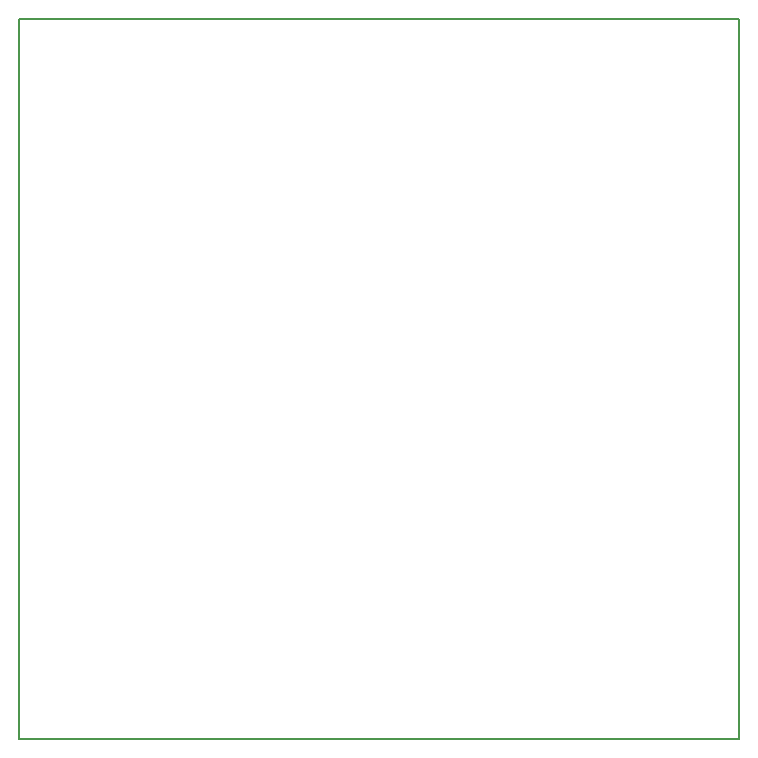
<source format=gbr>
G04 #@! TF.GenerationSoftware,KiCad,Pcbnew,(5.0.1)-4*
G04 #@! TF.CreationDate,2019-02-28T18:49:44-05:00*
G04 #@! TF.ProjectId,km-skillz-badge-kit,6B6D2D736B696C6C7A2D62616467652D,rev?*
G04 #@! TF.SameCoordinates,Original*
G04 #@! TF.FileFunction,Profile,NP*
%FSLAX46Y46*%
G04 Gerber Fmt 4.6, Leading zero omitted, Abs format (unit mm)*
G04 Created by KiCad (PCBNEW (5.0.1)-4) date 2/28/2019 6:49:44 PM*
%MOMM*%
%LPD*%
G01*
G04 APERTURE LIST*
%ADD10C,0.200000*%
G04 APERTURE END LIST*
D10*
X119888000Y-53340000D02*
X119888000Y-114300000D01*
X180848000Y-114300000D02*
X119888000Y-114300000D01*
X180848000Y-53340000D02*
X180848000Y-114300000D01*
X119888000Y-53340000D02*
X180848000Y-53340000D01*
M02*

</source>
